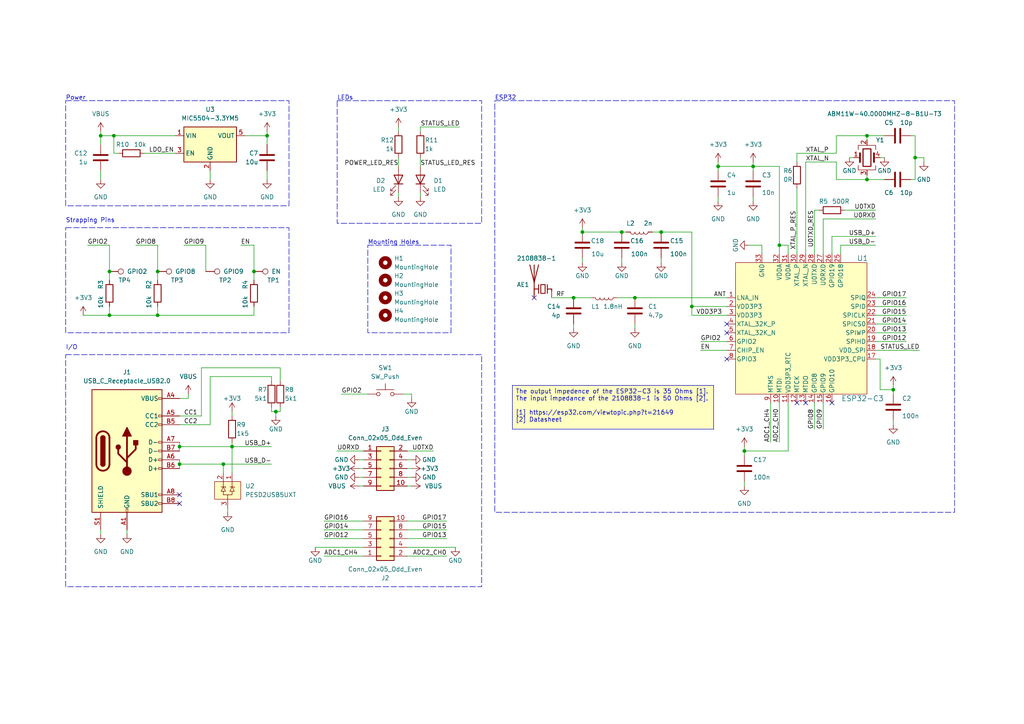
<source format=kicad_sch>
(kicad_sch (version 20230121) (generator eeschema)
  (paper "A4")
  (lib_symbols
    (symbol "Connector:TestPoint" (pin_numbers hide) (pin_names (offset 0.762) hide)
      (property "Reference" "TP" (at 0 6.858 0))
      (property "Value" "TestPoint" (at 0 5.08 0))
      (symbol "TestPoint_0_1"
        (circle (center 0 3.302) (radius 0.762))
      )
      (symbol "TestPoint_1_1"
        (pin passive line (at 0 0 90) (length 2.54) (name "1") (number "1"))
      )
    )
    (symbol "Connector:USB_C_Receptacle_USB2.0" (pin_names (offset 1.016))
      (property "Reference" "J" (at -10.16 19.05 0))
      (property "Value" "USB_C_Receptacle_USB2.0" (at 19.05 19.05 0))
      (symbol "USB_C_Receptacle_USB2.0_0_0"
        (rectangle (start -0.254 -17.78) (end 0.254 -16.764))
        (rectangle (start 10.16 -14.986) (end 9.144 -15.494))
        (rectangle (start 10.16 -12.446) (end 9.144 -12.954))
        (rectangle (start 10.16 -4.826) (end 9.144 -5.334))
        (rectangle (start 10.16 -2.286) (end 9.144 -2.794))
        (rectangle (start 10.16 0.254) (end 9.144 -0.254))
        (rectangle (start 10.16 2.794) (end 9.144 2.286))
        (rectangle (start 10.16 7.874) (end 9.144 7.366))
        (rectangle (start 10.16 10.414) (end 9.144 9.906))
        (rectangle (start 10.16 15.494) (end 9.144 14.986))
      )
      (symbol "USB_C_Receptacle_USB2.0_0_1"
        (rectangle (start -10.16 17.78) (end 10.16 -17.78) (stroke (width 0.254)) (fill (type background)))
        (arc (start -8.89 -3.81) (mid -6.985 -5.7067) (end -5.08 -3.81) (stroke (width 0.508)))
        (arc (start -7.62 -3.81) (mid -6.985 -4.4423) (end -6.35 -3.81) (stroke (width 0.254)))
        (arc (start -7.62 -3.81) (mid -6.985 -4.4423) (end -6.35 -3.81) (stroke (width 0.254)) (fill (type outline)))
        (rectangle (start -7.62 -3.81) (end -6.35 3.81) (stroke (width 0.254)) (fill (type outline)))
        (arc (start -6.35 3.81) (mid -6.985 4.4423) (end -7.62 3.81) (stroke (width 0.254)))
        (arc (start -6.35 3.81) (mid -6.985 4.4423) (end -7.62 3.81) (stroke (width 0.254)) (fill (type outline)))
        (arc (start -5.08 3.81) (mid -6.985 5.7067) (end -8.89 3.81) (stroke (width 0.508)))
        (circle (center -2.54 1.143) (radius 0.635) (stroke (width 0.254)) (fill (type outline)))
        (circle (center 0 -5.842) (radius 1.27) (fill (type outline)))
        (polyline (pts (xy -8.89 -3.81) (xy -8.89 3.81)) (stroke (width 0.508)))
        (polyline (pts (xy -5.08 3.81) (xy -5.08 -3.81)) (stroke (width 0.508)))
        (polyline (pts (xy 0 -5.842) (xy 0 4.318)) (stroke (width 0.508)))
        (polyline (pts (xy 0 -3.302) (xy -2.54 -0.762) (xy -2.54 0.508)) (stroke (width 0.508)))
        (polyline (pts (xy 0 -2.032) (xy 2.54 0.508) (xy 2.54 1.778)) (stroke (width 0.508)))
        (polyline (pts (xy -1.27 4.318) (xy 0 6.858) (xy 1.27 4.318) (xy -1.27 4.318)) (stroke (width 0.254)) (fill (type outline)))
        (rectangle (start 1.905 1.778) (end 3.175 3.048) (stroke (width 0.254)) (fill (type outline)))
      )
      (symbol "USB_C_Receptacle_USB2.0_1_1"
        (pin passive line (at 0 -22.86 90) (length 5.08) (name "GND") (number "A1"))
        (pin passive line (at 0 -22.86 90) (length 5.08) hide (name "GND") (number "A12"))
        (pin passive line (at 15.24 15.24 180) (length 5.08) (name "VBUS") (number "A4"))
        (pin bidirectional line (at 15.24 10.16 180) (length 5.08) (name "CC1") (number "A5"))
        (pin bidirectional line (at 15.24 -2.54 180) (length 5.08) (name "D+") (number "A6"))
        (pin bidirectional line (at 15.24 2.54 180) (length 5.08) (name "D-") (number "A7"))
        (pin bidirectional line (at 15.24 -12.7 180) (length 5.08) (name "SBU1") (number "A8"))
        (pin passive line (at 15.24 15.24 180) (length 5.08) hide (name "VBUS") (number "A9"))
        (pin passive line (at 0 -22.86 90) (length 5.08) hide (name "GND") (number "B1"))
        (pin passive line (at 0 -22.86 90) (length 5.08) hide (name "GND") (number "B12"))
        (pin passive line (at 15.24 15.24 180) (length 5.08) hide (name "VBUS") (number "B4"))
        (pin bidirectional line (at 15.24 7.62 180) (length 5.08) (name "CC2") (number "B5"))
        (pin bidirectional line (at 15.24 -5.08 180) (length 5.08) (name "D+") (number "B6"))
        (pin bidirectional line (at 15.24 0 180) (length 5.08) (name "D-") (number "B7"))
        (pin bidirectional line (at 15.24 -15.24 180) (length 5.08) (name "SBU2") (number "B8"))
        (pin passive line (at 15.24 15.24 180) (length 5.08) hide (name "VBUS") (number "B9"))
        (pin passive line (at -7.62 -22.86 90) (length 5.08) (name "SHIELD") (number "S1"))
      )
    )
    (symbol "Connector_Generic:Conn_02x05_Odd_Even" (pin_names (offset 1.016) hide)
      (property "Reference" "J" (at 1.27 7.62 0))
      (property "Value" "Conn_02x05_Odd_Even" (at 1.27 -7.62 0))
      (symbol "Conn_02x05_Odd_Even_1_1"
        (rectangle (start -1.27 -4.953) (end 0 -5.207) (stroke (width 0.1524)))
        (rectangle (start -1.27 -2.413) (end 0 -2.667) (stroke (width 0.1524)))
        (rectangle (start -1.27 0.127) (end 0 -0.127) (stroke (width 0.1524)))
        (rectangle (start -1.27 2.667) (end 0 2.413) (stroke (width 0.1524)))
        (rectangle (start -1.27 5.207) (end 0 4.953) (stroke (width 0.1524)))
        (rectangle (start -1.27 6.35) (end 3.81 -6.35) (stroke (width 0.254)) (fill (type background)))
        (rectangle (start 3.81 -4.953) (end 2.54 -5.207) (stroke (width 0.1524)))
        (rectangle (start 3.81 -2.413) (end 2.54 -2.667) (stroke (width 0.1524)))
        (rectangle (start 3.81 0.127) (end 2.54 -0.127) (stroke (width 0.1524)))
        (rectangle (start 3.81 2.667) (end 2.54 2.413) (stroke (width 0.1524)))
        (rectangle (start 3.81 5.207) (end 2.54 4.953) (stroke (width 0.1524)))
        (pin passive line (at -5.08 5.08 0) (length 3.81) (name "Pin_1") (number "1"))
        (pin passive line (at 7.62 -5.08 180) (length 3.81) (name "Pin_10") (number "10"))
        (pin passive line (at 7.62 5.08 180) (length 3.81) (name "Pin_2") (number "2"))
        (pin passive line (at -5.08 2.54 0) (length 3.81) (name "Pin_3") (number "3"))
        (pin passive line (at 7.62 2.54 180) (length 3.81) (name "Pin_4") (number "4"))
        (pin passive line (at -5.08 0 0) (length 3.81) (name "Pin_5") (number "5"))
        (pin passive line (at 7.62 0 180) (length 3.81) (name "Pin_6") (number "6"))
        (pin passive line (at -5.08 -2.54 0) (length 3.81) (name "Pin_7") (number "7"))
        (pin passive line (at 7.62 -2.54 180) (length 3.81) (name "Pin_8") (number "8"))
        (pin passive line (at -5.08 -5.08 0) (length 3.81) (name "Pin_9") (number "9"))
      )
    )
    (symbol "Device:Antenna_Chip" (pin_numbers hide) (pin_names (offset 1.016) hide)
      (property "Reference" "AE" (at 0 5.08 0))
      (property "Value" "Antenna_Chip" (at 0 3.175 0))
      (symbol "Antenna_Chip_0_1"
        (polyline (pts (xy -2.54 0) (xy -2.54 -0.635)) (stroke (width 0.254)))
        (polyline (pts (xy -2.54 0) (xy -1.27 0)) (stroke (width 0.254)))
        (polyline (pts (xy 1.27 0) (xy 2.54 0)) (stroke (width 0.254)))
        (polyline (pts (xy 1.27 1.27) (xy 1.27 -1.27)) (stroke (width 0.254)))
        (polyline (pts (xy 2.54 -0.635) (xy 2.54 0)))
        (polyline (pts (xy 2.54 6.985) (xy 2.54 -1.905)) (stroke (width 0.254)))
        (polyline (pts (xy -1.27 1.27) (xy -1.27 -1.27) (xy -1.27 0)) (stroke (width 0.254)))
        (polyline (pts (xy 3.81 6.985) (xy 2.54 1.905) (xy 1.27 6.985)) (stroke (width 0.254)))
        (polyline (pts (xy -0.635 1.27) (xy 0.635 1.27) (xy 0.635 -1.27) (xy -0.635 -1.27) (xy -0.635 1.27)) (stroke (width 0.254)))
      )
      (symbol "Antenna_Chip_1_1"
        (pin input line (at -2.54 -2.54 90) (length 2.54) (name "FEED") (number "1"))
        (pin passive line (at 2.54 -2.54 90) (length 2.54) (name "PCB_Trace") (number "2"))
      )
    )
    (symbol "Device:C" (pin_numbers hide) (pin_names (offset 0.254))
      (property "Reference" "C" (at 0.635 2.54 0))
      (property "Value" "C" (at 0.635 -2.54 0))
      (symbol "C_0_1"
        (polyline (pts (xy -2.032 -0.762) (xy 2.032 -0.762)) (stroke (width 0.508)))
        (polyline (pts (xy -2.032 0.762) (xy 2.032 0.762)) (stroke (width 0.508)))
      )
      (symbol "C_1_1"
        (pin passive line (at 0 3.81 270) (length 2.794) (name "~") (number "1"))
        (pin passive line (at 0 -3.81 90) (length 2.794) (name "~") (number "2"))
      )
    )
    (symbol "Device:Crystal_GND23" (pin_names (offset 1.016) hide)
      (property "Reference" "Y" (at 3.175 5.08 0))
      (property "Value" "Crystal_GND23" (at 3.175 3.175 0))
      (symbol "Crystal_GND23_0_1"
        (rectangle (start -1.143 2.54) (end 1.143 -2.54) (stroke (width 0.3048)))
        (polyline (pts (xy -2.54 0) (xy -2.032 0)))
        (polyline (pts (xy -2.032 -1.27) (xy -2.032 1.27)) (stroke (width 0.508)))
        (polyline (pts (xy 0 -3.81) (xy 0 -3.556)))
        (polyline (pts (xy 0 3.556) (xy 0 3.81)))
        (polyline (pts (xy 2.032 -1.27) (xy 2.032 1.27)) (stroke (width 0.508)))
        (polyline (pts (xy 2.032 0) (xy 2.54 0)))
        (polyline (pts (xy -2.54 -2.286) (xy -2.54 -3.556) (xy 2.54 -3.556) (xy 2.54 -2.286)))
        (polyline (pts (xy -2.54 2.286) (xy -2.54 3.556) (xy 2.54 3.556) (xy 2.54 2.286)))
      )
      (symbol "Crystal_GND23_1_1"
        (pin passive line (at -3.81 0 0) (length 1.27) (name "1") (number "1"))
        (pin passive line (at 0 5.08 270) (length 1.27) (name "2") (number "2"))
        (pin passive line (at 0 -5.08 90) (length 1.27) (name "3") (number "3"))
        (pin passive line (at 3.81 0 180) (length 1.27) (name "4") (number "4"))
      )
    )
    (symbol "Device:L" (pin_numbers hide) (pin_names (offset 1.016) hide)
      (property "Reference" "L" (at -1.27 0 90))
      (property "Value" "L" (at 1.905 0 90))
      (symbol "L_0_1"
        (arc (start 0 -2.54) (mid 0.6323 -1.905) (end 0 -1.27))
        (arc (start 0 -1.27) (mid 0.6323 -0.635) (end 0 0))
        (arc (start 0 0) (mid 0.6323 0.635) (end 0 1.27))
        (arc (start 0 1.27) (mid 0.6323 1.905) (end 0 2.54))
      )
      (symbol "L_1_1"
        (pin passive line (at 0 3.81 270) (length 1.27) (name "1") (number "1"))
        (pin passive line (at 0 -3.81 90) (length 1.27) (name "2") (number "2"))
      )
    )
    (symbol "Device:LED" (pin_numbers hide) (pin_names (offset 1.016) hide)
      (property "Reference" "D" (at 0 2.54 0))
      (property "Value" "LED" (at 0 -2.54 0))
      (symbol "LED_0_1"
        (polyline (pts (xy -1.27 -1.27) (xy -1.27 1.27)) (stroke (width 0.254)))
        (polyline (pts (xy -1.27 0) (xy 1.27 0)))
        (polyline (pts (xy 1.27 -1.27) (xy 1.27 1.27) (xy -1.27 0) (xy 1.27 -1.27)) (stroke (width 0.254)))
        (polyline (pts (xy -3.048 -0.762) (xy -4.572 -2.286) (xy -3.81 -2.286) (xy -4.572 -2.286) (xy -4.572 -1.524)))
        (polyline (pts (xy -1.778 -0.762) (xy -3.302 -2.286) (xy -2.54 -2.286) (xy -3.302 -2.286) (xy -3.302 -1.524)))
      )
      (symbol "LED_1_1"
        (pin passive line (at -3.81 0 0) (length 2.54) (name "K") (number "1"))
        (pin passive line (at 3.81 0 180) (length 2.54) (name "A") (number "2"))
      )
    )
    (symbol "Device:R" (pin_numbers hide) (pin_names (offset 0))
      (property "Reference" "R" (at 2.032 0 90))
      (property "Value" "R" (at 0 0 90))
      (symbol "R_0_1"
        (rectangle (start -1.016 -2.54) (end 1.016 2.54) (stroke (width 0.254)))
      )
      (symbol "R_1_1"
        (pin passive line (at 0 3.81 270) (length 1.27) (name "~") (number "1"))
        (pin passive line (at 0 -3.81 90) (length 1.27) (name "~") (number "2"))
      )
    )
    (symbol "Mechanical:MountingHole" (pin_names (offset 1.016))
      (property "Reference" "H" (at 0 5.08 0))
      (property "Value" "MountingHole" (at 0 3.175 0))
      (symbol "MountingHole_0_1"
        (circle (center 0 0) (radius 1.27) (stroke (width 1.27)))
      )
    )
    (symbol "Regulator_Linear:MIC5504-3.3YM5"
      (property "Reference" "U" (at -7.62 8.89 0))
      (property "Value" "MIC5504-3.3YM5" (at -7.62 6.35 0))
      (symbol "MIC5504-3.3YM5_0_1"
        (rectangle (start -7.62 -5.08) (end 7.62 5.08) (stroke (width 0.254)) (fill (type background)))
      )
      (symbol "MIC5504-3.3YM5_1_1"
        (pin power_in line (at -10.16 2.54 0) (length 2.54) (name "VIN") (number "1"))
        (pin power_in line (at 0 -7.62 90) (length 2.54) (name "GND") (number "2"))
        (pin input line (at -10.16 -2.54 0) (length 2.54) (name "EN") (number "3"))
        (pin no_connect line (at 7.62 -2.54 180) (length 2.54) hide (name "NC") (number "4"))
        (pin power_out line (at 10.16 2.54 180) (length 2.54) (name "VOUT") (number "5"))
      )
    )
    (symbol "Switch:SW_Push" (pin_numbers hide) (pin_names (offset 1.016) hide)
      (property "Reference" "SW" (at 1.27 2.54 0))
      (property "Value" "SW_Push" (at 0 -1.524 0))
      (symbol "SW_Push_0_1"
        (circle (center -2.032 0) (radius 0.508))
        (polyline (pts (xy 0 1.27) (xy 0 3.048)))
        (polyline (pts (xy 2.54 1.27) (xy -2.54 1.27)))
        (circle (center 2.032 0) (radius 0.508))
        (pin passive line (at -5.08 0 0) (length 2.54) (name "1") (number "1"))
        (pin passive line (at 5.08 0 180) (length 2.54) (name "2") (number "2"))
      )
    )
    (symbol "encyclopedia_galactica:ESP32-C3" (pin_names (offset 0.254))
      (property "Reference" "U" (at 0 43.18 0))
      (property "Value" "ESP32-C3" (at 0 40.64 0))
      (symbol "ESP32-C3_0_1"
        (pin bidirectional line (at -21.59 8.89 0) (length 2.54) (name "LNA_IN") (number "1"))
        (pin bidirectional line (at -6.35 -21.59 90) (length 2.54) (name "MTDI") (number "10"))
        (pin power_in line (at -3.81 -21.59 90) (length 2.54) (name "VDD3P3_RTC") (number "11"))
        (pin bidirectional line (at -1.27 -21.59 90) (length 2.54) (name "MTCK") (number "12"))
        (pin bidirectional line (at 1.27 -21.59 90) (length 2.54) (name "MTDO") (number "13"))
        (pin bidirectional line (at 3.81 -21.59 90) (length 2.54) (name "GPIO8") (number "14"))
        (pin bidirectional line (at 6.35 -21.59 90) (length 2.54) (name "GPIO9") (number "15"))
        (pin bidirectional line (at 8.89 -21.59 90) (length 2.54) (name "GPIO10") (number "16"))
        (pin power_in line (at 21.59 -8.89 180) (length 2.54) (name "VDD3P3_CPU") (number "17"))
        (pin power_in line (at 21.59 -6.35 180) (length 2.54) (name "VDD_SPI") (number "18"))
        (pin bidirectional line (at 21.59 -3.81 180) (length 2.54) (name "SPIHD") (number "19"))
        (pin power_in line (at -21.59 6.35 0) (length 2.54) (name "VDD3P3") (number "2"))
        (pin bidirectional line (at 21.59 -1.27 180) (length 2.54) (name "SPIWP") (number "20"))
        (pin bidirectional line (at 21.59 1.27 180) (length 2.54) (name "SPICS0") (number "21"))
        (pin bidirectional line (at 21.59 3.81 180) (length 2.54) (name "SPICLK") (number "22"))
        (pin bidirectional line (at 21.59 6.35 180) (length 2.54) (name "SPID") (number "23"))
        (pin bidirectional line (at 21.59 8.89 180) (length 2.54) (name "SPIQ") (number "24"))
        (pin bidirectional line (at 11.43 21.59 270) (length 2.54) (name "GPIO18") (number "25"))
        (pin bidirectional line (at 8.89 21.59 270) (length 2.54) (name "GPIO19") (number "26"))
        (pin bidirectional line (at 6.35 21.59 270) (length 2.54) (name "U0RXD") (number "27"))
        (pin bidirectional line (at 3.81 21.59 270) (length 2.54) (name "U0TXD") (number "28"))
        (pin output line (at 1.27 21.59 270) (length 2.54) (name "XTAL_N") (number "29"))
        (pin power_in line (at -21.59 3.81 0) (length 2.54) (name "VDD3P3") (number "3"))
        (pin input line (at -1.27 21.59 270) (length 2.54) (name "XTAL_P") (number "30"))
        (pin power_in line (at -3.81 21.59 270) (length 2.54) (name "VDDA") (number "31"))
        (pin power_in line (at -6.35 21.59 270) (length 2.54) (name "VDDA") (number "32"))
        (pin power_out line (at -11.43 21.59 270) (length 2.54) (name "GND") (number "33"))
        (pin bidirectional line (at -21.59 1.27 0) (length 2.54) (name "XTAL_32K_P") (number "4"))
        (pin bidirectional line (at -21.59 -1.27 0) (length 2.54) (name "XTAL_32K_N") (number "5"))
        (pin bidirectional line (at -21.59 -3.81 0) (length 2.54) (name "GPIO2") (number "6"))
        (pin input line (at -21.59 -6.35 0) (length 2.54) (name "CHIP_EN") (number "7"))
        (pin bidirectional line (at -21.59 -8.89 0) (length 2.54) (name "GPIO3") (number "8"))
        (pin bidirectional line (at -8.89 -21.59 90) (length 2.54) (name "MTMS") (number "9"))
      )
      (symbol "ESP32-C3_1_1"
        (rectangle (start -19.05 19.05) (end 19.05 -19.05) (fill (type background)))
      )
    )
    (symbol "encyclopedia_galactica:PESD2USB5UXT"
      (property "Reference" "U" (at 0 24.13 0))
      (property "Value" "PESD2USB5UXT" (at 0 21.59 0))
      (symbol "PESD2USB5UXT_1_1"
        (rectangle (start -3.81 2.54) (end 3.81 -2.54) (fill (type background)))
        (polyline (pts (xy -1.905 1.016) (xy -0.635 1.016)))
        (polyline (pts (xy -1.27 1.016) (xy -1.27 2.54)))
        (polyline (pts (xy -0.635 1.016) (xy -0.635 0.762)))
        (polyline (pts (xy 0 -1.27) (xy 0 -2.54)))
        (polyline (pts (xy 0.635 1.016) (xy 1.905 1.016)))
        (polyline (pts (xy 1.27 1.016) (xy 1.27 2.54)))
        (polyline (pts (xy 1.905 1.016) (xy 1.905 0.762)))
        (polyline (pts (xy -1.905 -0.254) (xy -1.27 1.016) (xy -0.635 -0.254) (xy -1.905 -0.254)))
        (polyline (pts (xy -1.27 -0.254) (xy -1.27 -1.27) (xy 1.27 -1.27) (xy 1.27 -0.254)))
        (polyline (pts (xy 0.635 -0.254) (xy 1.27 1.016) (xy 1.905 -0.254) (xy 0.635 -0.254)))
        (pin open_collector line (at 1.27 5.08 270) (length 2.54) (name "") (number "1"))
        (pin open_collector line (at -1.27 5.08 270) (length 2.54) (name "") (number "2"))
        (pin power_out line (at 0 -5.08 90) (length 2.54) (name "") (number "3"))
      )
    )
    (symbol "power:+3V3" (power) (pin_names (offset 0))
      (property "Value" "+3V3" (at 0 3.556 0))
      (symbol "+3V3_0_1"
        (polyline (pts (xy -0.762 1.27) (xy 0 2.54)))
        (polyline (pts (xy 0 0) (xy 0 2.54)))
        (polyline (pts (xy 0 2.54) (xy 0.762 1.27)))
      )
      (symbol "+3V3_1_1"
        (pin power_in line (at 0 0 90) (length 0) hide (name "+3V3") (number "1"))
      )
    )
    (symbol "power:GND" (power) (pin_names (offset 0))
      (property "Value" "GND" (at 0 -3.81 0))
      (symbol "GND_0_1"
        (polyline (pts (xy 0 0) (xy 0 -1.27) (xy 1.27 -1.27) (xy 0 -2.54) (xy -1.27 -1.27) (xy 0 -1.27)))
      )
      (symbol "GND_1_1"
        (pin power_in line (at 0 0 270) (length 0) hide (name "GND") (number "1"))
      )
    )
    (symbol "power:VBUS" (power) (pin_names (offset 0))
      (property "Value" "VBUS" (at 0 3.81 0))
      (symbol "VBUS_0_1"
        (polyline (pts (xy -0.762 1.27) (xy 0 2.54)))
        (polyline (pts (xy 0 0) (xy 0 2.54)))
        (polyline (pts (xy 0 2.54) (xy 0.762 1.27)))
      )
      (symbol "VBUS_1_1"
        (pin power_in line (at 0 0 90) (length 0) hide (name "VBUS") (number "1"))
      )
    )
  )
  (junction (at 29.21 39.37))
  (junction (at 64.77 134.62))
  (junction (at 184.15 86.36))
  (junction (at 226.06 71.12))
  (junction (at 168.91 67.31))
  (junction (at 45.72 78.74))
  (junction (at 31.75 91.44))
  (junction (at 77.47 39.37))
  (junction (at 208.28 48.26))
  (junction (at 180.34 67.31))
  (junction (at 215.9 130.81))
  (junction (at 218.44 48.26))
  (junction (at 33.02 39.37))
  (junction (at 80.01 119.38))
  (junction (at 31.75 78.74))
  (junction (at 67.31 129.54))
  (junction (at 52.07 134.62))
  (junction (at 73.66 78.74))
  (junction (at 191.77 67.31))
  (junction (at 259.08 113.03))
  (junction (at 265.43 45.72))
  (junction (at 45.72 91.44))
  (junction (at 251.46 39.37))
  (junction (at 200.66 88.9))
  (junction (at 52.07 129.54))
  (junction (at 166.37 86.36))
  (junction (at 251.46 52.07))
  (no_connect (at 241.3 116.84))
  (no_connect (at 210.82 104.14))
  (no_connect (at 210.82 93.98))
  (no_connect (at 52.07 143.51))
  (no_connect (at 231.14 116.84))
  (no_connect (at 52.07 146.05))
  (no_connect (at 233.68 116.84))
  (no_connect (at 210.82 96.52))
  (no_connect (at 154.94 86.36))
  (wire (pts (xy 52.07 133.35) (xy 52.07 134.62)))
  (wire (pts (xy 25.4 71.12) (xy 31.75 71.12)))
  (wire (pts (xy 33.02 39.37) (xy 50.8 39.37)))
  (wire (pts (xy 254 86.36) (xy 262.89 86.36)))
  (wire (pts (xy 66.04 147.32) (xy 66.04 148.59)))
  (wire (pts (xy 121.92 55.88) (xy 121.92 57.15)))
  (wire (pts (xy 236.22 60.96) (xy 236.22 73.66)))
  (wire (pts (xy 203.2 99.06) (xy 210.82 99.06)))
  (wire (pts (xy 52.07 134.62) (xy 64.77 134.62)))
  (wire (pts (xy 64.77 134.62) (xy 64.77 137.16)))
  (wire (pts (xy 267.97 45.72) (xy 265.43 45.72)))
  (wire (pts (xy 125.73 130.81) (xy 118.11 130.81)))
  (wire (pts (xy 218.44 57.15) (xy 218.44 58.42)))
  (wire (pts (xy 254 91.44) (xy 262.89 91.44)))
  (wire (pts (xy 168.91 67.31) (xy 180.34 67.31)))
  (wire (pts (xy 116.84 114.3) (xy 119.38 114.3)))
  (wire (pts (xy 231.14 44.45) (xy 242.57 44.45)))
  (wire (pts (xy 254 88.9) (xy 262.89 88.9)))
  (wire (pts (xy 31.75 81.28) (xy 31.75 78.74)))
  (wire (pts (xy 52.07 128.27) (xy 52.07 129.54)))
  (wire (pts (xy 254 63.5) (xy 238.76 63.5)))
  (wire (pts (xy 226.06 48.26) (xy 226.06 71.12)))
  (wire (pts (xy 251.46 39.37) (xy 251.46 40.64)))
  (wire (pts (xy 255.27 113.03) (xy 255.27 104.14)))
  (wire (pts (xy 242.57 52.07) (xy 242.57 46.99)))
  (wire (pts (xy 241.3 68.58) (xy 241.3 73.66)))
  (wire (pts (xy 118.11 153.67) (xy 129.54 153.67)))
  (wire (pts (xy 133.35 36.83) (xy 121.92 36.83)))
  (wire (pts (xy 36.83 153.67) (xy 36.83 154.94)))
  (wire (pts (xy 29.21 39.37) (xy 33.02 39.37)))
  (wire (pts (xy 54.61 115.57) (xy 54.61 114.3)))
  (wire (pts (xy 52.07 134.62) (xy 52.07 135.89)))
  (wire (pts (xy 52.07 120.65) (xy 58.42 120.65)))
  (wire (pts (xy 247.65 45.72) (xy 246.38 45.72)))
  (wire (pts (xy 180.34 74.93) (xy 180.34 76.2)))
  (wire (pts (xy 233.68 46.99) (xy 233.68 73.66)))
  (wire (pts (xy 97.79 130.81) (xy 105.41 130.81)))
  (wire (pts (xy 81.28 118.11) (xy 81.28 119.38)))
  (wire (pts (xy 104.14 135.89) (xy 105.41 135.89)))
  (wire (pts (xy 67.31 128.27) (xy 67.31 129.54)))
  (wire (pts (xy 184.15 86.36) (xy 210.82 86.36)))
  (wire (pts (xy 78.74 109.22) (xy 78.74 110.49)))
  (wire (pts (xy 215.9 130.81) (xy 215.9 129.54)))
  (wire (pts (xy 118.11 156.21) (xy 129.54 156.21)))
  (wire (pts (xy 73.66 71.12) (xy 73.66 78.74)))
  (wire (pts (xy 29.21 153.67) (xy 29.21 154.94)))
  (wire (pts (xy 259.08 111.76) (xy 259.08 113.03)))
  (wire (pts (xy 118.11 161.29) (xy 129.54 161.29)))
  (wire (pts (xy 168.91 74.93) (xy 168.91 76.2)))
  (wire (pts (xy 243.84 71.12) (xy 254 71.12)))
  (wire (pts (xy 115.57 36.83) (xy 115.57 38.1)))
  (wire (pts (xy 41.91 44.45) (xy 50.8 44.45)))
  (wire (pts (xy 67.31 129.54) (xy 78.74 129.54)))
  (wire (pts (xy 226.06 116.84) (xy 226.06 128.27)))
  (wire (pts (xy 52.07 129.54) (xy 67.31 129.54)))
  (wire (pts (xy 255.27 113.03) (xy 259.08 113.03)))
  (wire (pts (xy 208.28 46.99) (xy 208.28 48.26)))
  (wire (pts (xy 226.06 71.12) (xy 228.6 71.12)))
  (wire (pts (xy 242.57 39.37) (xy 242.57 44.45)))
  (wire (pts (xy 233.68 46.99) (xy 242.57 46.99)))
  (wire (pts (xy 191.77 74.93) (xy 191.77 76.2)))
  (wire (pts (xy 104.14 140.97) (xy 105.41 140.97)))
  (wire (pts (xy 166.37 86.36) (xy 171.45 86.36)))
  (wire (pts (xy 256.54 52.07) (xy 251.46 52.07)))
  (wire (pts (xy 119.38 114.3) (xy 119.38 115.57)))
  (wire (pts (xy 73.66 91.44) (xy 73.66 88.9)))
  (wire (pts (xy 264.16 52.07) (xy 265.43 52.07)))
  (wire (pts (xy 203.2 101.6) (xy 210.82 101.6)))
  (wire (pts (xy 93.98 151.13) (xy 105.41 151.13)))
  (wire (pts (xy 118.11 140.97) (xy 119.38 140.97)))
  (wire (pts (xy 31.75 71.12) (xy 31.75 78.74)))
  (wire (pts (xy 91.44 158.75) (xy 105.41 158.75)))
  (wire (pts (xy 34.29 44.45) (xy 33.02 44.45)))
  (wire (pts (xy 231.14 54.61) (xy 231.14 73.66)))
  (wire (pts (xy 259.08 121.92) (xy 259.08 123.19)))
  (wire (pts (xy 99.06 114.3) (xy 106.68 114.3)))
  (wire (pts (xy 200.66 67.31) (xy 191.77 67.31)))
  (wire (pts (xy 243.84 71.12) (xy 243.84 73.66)))
  (wire (pts (xy 265.43 39.37) (xy 264.16 39.37)))
  (wire (pts (xy 81.28 106.68) (xy 81.28 110.49)))
  (wire (pts (xy 67.31 119.38) (xy 67.31 120.65)))
  (wire (pts (xy 71.12 39.37) (xy 77.47 39.37)))
  (wire (pts (xy 231.14 44.45) (xy 231.14 46.99)))
  (wire (pts (xy 104.14 138.43) (xy 105.41 138.43)))
  (wire (pts (xy 121.92 45.72) (xy 121.92 48.26)))
  (wire (pts (xy 52.07 129.54) (xy 52.07 130.81)))
  (wire (pts (xy 80.01 119.38) (xy 80.01 120.65)))
  (wire (pts (xy 251.46 52.07) (xy 251.46 50.8)))
  (wire (pts (xy 67.31 129.54) (xy 67.31 137.16)))
  (wire (pts (xy 223.52 116.84) (xy 223.52 128.27)))
  (wire (pts (xy 39.37 71.12) (xy 45.72 71.12)))
  (wire (pts (xy 115.57 45.72) (xy 115.57 48.26)))
  (wire (pts (xy 45.72 91.44) (xy 45.72 88.9)))
  (wire (pts (xy 208.28 48.26) (xy 218.44 48.26)))
  (wire (pts (xy 132.08 158.75) (xy 118.11 158.75)))
  (wire (pts (xy 189.23 67.31) (xy 191.77 67.31)))
  (wire (pts (xy 77.47 49.53) (xy 77.47 52.07)))
  (wire (pts (xy 238.76 116.84) (xy 238.76 124.46)))
  (wire (pts (xy 58.42 120.65) (xy 58.42 106.68)))
  (wire (pts (xy 215.9 130.81) (xy 228.6 130.81)))
  (wire (pts (xy 118.11 133.35) (xy 119.38 133.35)))
  (wire (pts (xy 254 96.52) (xy 262.89 96.52)))
  (wire (pts (xy 215.9 139.7) (xy 215.9 140.97)))
  (wire (pts (xy 58.42 106.68) (xy 81.28 106.68)))
  (wire (pts (xy 179.07 86.36) (xy 184.15 86.36)))
  (wire (pts (xy 77.47 38.1) (xy 77.47 39.37)))
  (wire (pts (xy 184.15 93.98) (xy 184.15 95.25)))
  (wire (pts (xy 118.11 135.89) (xy 119.38 135.89)))
  (wire (pts (xy 45.72 78.74) (xy 45.72 81.28)))
  (wire (pts (xy 255.27 104.14) (xy 254 104.14)))
  (wire (pts (xy 45.72 91.44) (xy 73.66 91.44)))
  (wire (pts (xy 245.11 60.96) (xy 254 60.96)))
  (wire (pts (xy 259.08 113.03) (xy 259.08 114.3)))
  (wire (pts (xy 236.22 116.84) (xy 236.22 124.46)))
  (wire (pts (xy 93.98 153.67) (xy 105.41 153.67)))
  (wire (pts (xy 53.34 71.12) (xy 59.69 71.12)))
  (wire (pts (xy 118.11 151.13) (xy 129.54 151.13)))
  (wire (pts (xy 218.44 48.26) (xy 226.06 48.26)))
  (wire (pts (xy 77.47 41.91) (xy 77.47 39.37)))
  (wire (pts (xy 104.14 133.35) (xy 105.41 133.35)))
  (wire (pts (xy 265.43 52.07) (xy 265.43 45.72)))
  (wire (pts (xy 200.66 91.44) (xy 200.66 88.9)))
  (wire (pts (xy 31.75 91.44) (xy 45.72 91.44)))
  (wire (pts (xy 52.07 123.19) (xy 60.96 123.19)))
  (wire (pts (xy 180.34 67.31) (xy 181.61 67.31)))
  (wire (pts (xy 78.74 118.11) (xy 78.74 119.38)))
  (wire (pts (xy 29.21 38.1) (xy 29.21 39.37)))
  (wire (pts (xy 254 68.58) (xy 241.3 68.58)))
  (wire (pts (xy 64.77 134.62) (xy 78.74 134.62)))
  (wire (pts (xy 166.37 93.98) (xy 166.37 95.25)))
  (wire (pts (xy 254 93.98) (xy 262.89 93.98)))
  (wire (pts (xy 265.43 45.72) (xy 265.43 39.37)))
  (wire (pts (xy 52.07 115.57) (xy 54.61 115.57)))
  (wire (pts (xy 218.44 46.99) (xy 218.44 48.26)))
  (wire (pts (xy 24.13 91.44) (xy 31.75 91.44)))
  (wire (pts (xy 228.6 71.12) (xy 228.6 73.66)))
  (wire (pts (xy 60.96 49.53) (xy 60.96 52.07)))
  (wire (pts (xy 242.57 52.07) (xy 251.46 52.07)))
  (wire (pts (xy 208.28 57.15) (xy 208.28 58.42)))
  (wire (pts (xy 31.75 91.44) (xy 31.75 88.9)))
  (wire (pts (xy 226.06 71.12) (xy 226.06 73.66)))
  (wire (pts (xy 215.9 132.08) (xy 215.9 130.81)))
  (wire (pts (xy 80.01 119.38) (xy 81.28 119.38)))
  (wire (pts (xy 218.44 48.26) (xy 218.44 49.53)))
  (wire (pts (xy 251.46 39.37) (xy 242.57 39.37)))
  (wire (pts (xy 267.97 46.99) (xy 267.97 45.72)))
  (wire (pts (xy 93.98 156.21) (xy 105.41 156.21)))
  (wire (pts (xy 256.54 39.37) (xy 251.46 39.37)))
  (wire (pts (xy 254 99.06) (xy 262.89 99.06)))
  (wire (pts (xy 73.66 81.28) (xy 73.66 78.74)))
  (wire (pts (xy 45.72 71.12) (xy 45.72 78.74)))
  (wire (pts (xy 78.74 119.38) (xy 80.01 119.38)))
  (wire (pts (xy 200.66 88.9) (xy 200.66 67.31)))
  (wire (pts (xy 118.11 138.43) (xy 119.38 138.43)))
  (wire (pts (xy 160.02 86.36) (xy 166.37 86.36)))
  (wire (pts (xy 254 101.6) (xy 266.7 101.6)))
  (wire (pts (xy 29.21 39.37) (xy 29.21 41.91)))
  (wire (pts (xy 60.96 123.19) (xy 60.96 109.22)))
  (wire (pts (xy 238.76 63.5) (xy 238.76 73.66)))
  (wire (pts (xy 59.69 71.12) (xy 59.69 78.74)))
  (wire (pts (xy 93.98 161.29) (xy 105.41 161.29)))
  (wire (pts (xy 256.54 45.72) (xy 255.27 45.72)))
  (wire (pts (xy 29.21 49.53) (xy 29.21 52.07)))
  (wire (pts (xy 69.85 71.12) (xy 73.66 71.12)))
  (wire (pts (xy 60.96 109.22) (xy 78.74 109.22)))
  (wire (pts (xy 200.66 88.9) (xy 210.82 88.9)))
  (wire (pts (xy 236.22 60.96) (xy 237.49 60.96)))
  (wire (pts (xy 121.92 36.83) (xy 121.92 38.1)))
  (wire (pts (xy 210.82 91.44) (xy 200.66 91.44)))
  (wire (pts (xy 220.98 71.12) (xy 220.98 73.66)))
  (wire (pts (xy 168.91 66.04) (xy 168.91 67.31)))
  (wire (pts (xy 33.02 44.45) (xy 33.02 39.37)))
  (wire (pts (xy 115.57 55.88) (xy 115.57 57.15)))
  (wire (pts (xy 208.28 48.26) (xy 208.28 49.53)))
  (wire (pts (xy 228.6 116.84) (xy 228.6 130.81)))
  (wire (pts (xy 217.17 71.12) (xy 220.98 71.12)))
  (rectangle (start 19.05 29.21) (end 83.82 59.69) (stroke (width 0) (type dash)))
  (rectangle (start 106.68 71.12) (end 130.81 96.52) (stroke (width 0) (type dash)))
  (rectangle (start 83.82 66.04) (end 19.05 96.52) (stroke (width 0) (type dash)))
  (rectangle (start 19.05 102.87) (end 139.7 170.18) (stroke (width 0) (type dash)))
  (rectangle (start 97.79 29.21) (end 139.7 64.77) (stroke (width 0) (type dash)))
  (rectangle (start 143.51 29.21) (end 276.86 148.59) (stroke (width 0) (type dash)))
  (text_box "The output impedence of the ESP32-C3 is 35 Ohms [1].\nThe input impedance of the 2108838-1 is 50 Ohms [2].\n\n[1] https://esp32.com/viewtopic.php?t=21649\n[2] Datasheet" (at 148.59 111.76 0) (size 58.42 12.7) (fill (type color) (color 255 255 194 1)) (effects (font (size 1.27 1.27)) (justify left top)))
  (text "ESP32" (at 143.51 29.21 0) (effects (font (size 1.27 1.27)) (justify left bottom)))
  (text "I/O" (at 19.05 101.6 0) (effects (font (size 1.27 1.27)) (justify left bottom)))
  (text "Mounting Holes" (at 106.68 71.12 0) (effects (font (size 1.27 1.27)) (justify left bottom)))
  (text "Power" (at 19.05 29.21 0) (effects (font (size 1.27 1.27)) (justify left bottom)))
  (text "Strapping Pins" (at 19.05 64.77 0) (effects (font (size 1.27 1.27)) (justify left bottom)))
  (text "LEDs" (at 97.79 29.21 0) (effects (font (size 1.27 1.27)) (justify left bottom)))
  (label "ADC1_CH4" (at 223.52 128.27 90))
  (label "U0RXD" (at 97.79 130.81 0))
  (label "GPIO2" (at 99.06 114.3 0))
  (label "USB_D-" (at 78.74 134.62 180))
  (label "GPIO12" (at 93.98 156.21 0))
  (label "EN" (at 203.2 101.6 0))
  (label "GPIO16" (at 93.98 151.13 0))
  (label "GPIO13" (at 129.54 156.21 180))
  (label "USB_D+" (at 78.74 129.54 180))
  (label "ADC1_CH4" (at 93.98 161.29 0))
  (label "USB_D+" (at 254 68.58 180))
  (label "GPIO2" (at 25.4 71.12 0))
  (label "LDO_EN" (at 43.18 44.45 0))
  (label "GPIO14" (at 262.89 93.98 180))
  (label "GPIO9" (at 238.76 124.46 90))
  (label "STATUS_LED" (at 266.7 101.6 180))
  (label "GPIO17" (at 262.89 86.36 180))
  (label "GPIO14" (at 93.98 153.67 0))
  (label "U0TXD" (at 125.73 130.81 180))
  (label "ADC2_CH0" (at 226.06 128.27 90))
  (label "STATUS_LED_RES" (at 121.92 48.26 0))
  (label "U0RXD" (at 254 63.5 180))
  (label "VDD3P3" (at 201.93 91.44 0))
  (label "ANT" (at 207.01 86.36 0))
  (label "CC1" (at 53.34 120.65 0))
  (label "USB_D-" (at 254 71.12 180))
  (label "GPIO12" (at 262.89 99.06 180))
  (label "XTAL_P" (at 233.68 44.45 0))
  (label "U0TXD" (at 254 60.96 180))
  (label "GPIO9" (at 53.34 71.12 0))
  (label "XTAL_P_RES" (at 231.14 72.39 90))
  (label "GPIO15" (at 129.54 153.67 180))
  (label "XTAL_N" (at 233.68 46.99 0))
  (label "GPIO16" (at 262.89 88.9 180))
  (label "RF" (at 161.29 86.36 0))
  (label "U0TXD_RES" (at 236.22 60.96 270))
  (label "EN" (at 69.85 71.12 0))
  (label "GPIO8" (at 39.37 71.12 0))
  (label "GPIO13" (at 262.89 96.52 180))
  (label "GPIO17" (at 129.54 151.13 180))
  (label "GPIO2" (at 203.2 99.06 0))
  (label "ADC2_CH0" (at 129.54 161.29 180))
  (label "STATUS_LED" (at 133.35 36.83 180))
  (label "CC2" (at 53.34 123.19 0))
  (label "POWER_LED_RES" (at 115.57 48.26 180))
  (label "GPIO15" (at 262.89 91.44 180))
  (label "GPIO8" (at 236.22 124.46 90))
  (symbol (lib_id "power:GND") (at 246.38 45.72 0) (mirror y) (unit 1)
    (property "Reference" "#PWR03" (effects hide))
    (property "Value" "GND" (at 246.38 49.53 0))
  )
  (symbol (lib_id "Connector:USB_C_Receptacle_USB2.0") (at 36.83 130.81 0) (unit 1)
    (property "Reference" "J1" (at 36.83 107.95 0))
    (property "Value" "USB_C_Receptacle_USB2.0" (at 36.83 110.49 0))
    (property "Footprint" "Connector_USB:USB_C_Receptacle_GCT_USB4105-xx-A_16P_TopMnt_Horizontal" (effects hide))
    (property "Datasheet" "https://www.usb.org/sites/default/files/documents/usb_type-c.zip" (effects hide))
  )
  (symbol (lib_id "Device:LED") (at 115.57 52.07 270) (mirror x) (unit 1)
    (property "Reference" "D2" (at 111.76 52.3875 90) (effects (justify right)))
    (property "Value" "LED" (at 111.76 54.9275 90) (effects (justify right)))
    (property "Footprint" "LED_SMD:LED_0603_1608Metric" (effects hide))
  )
  (symbol (lib_id "power:+3V3") (at 115.57 36.83 0) (mirror y) (unit 1)
    (property "Reference" "#PWR044" (effects hide))
    (property "Value" "+3V3" (at 115.57 31.75 0))
  )
  (symbol (lib_id "Device:R") (at 231.14 50.8 0) (mirror y) (unit 1)
    (property "Reference" "R6" (at 229.87 49.53 0) (effects (justify left)))
    (property "Value" "0R" (at 229.87 52.07 0) (effects (justify left)))
    (property "Footprint" "Resistor_SMD:R_0402_1005Metric" (effects hide))
  )
  (symbol (lib_id "power:+3V3") (at 67.31 119.38 0) (unit 1)
    (property "Reference" "#PWR038" (effects hide))
    (property "Value" "+3V3" (at 67.31 115.57 0))
  )
  (symbol (lib_id "Device:R") (at 73.66 85.09 0) (mirror x) (unit 1)
    (property "Reference" "R4" (at 71.12 82.55 90))
    (property "Value" "10k" (at 71.12 87.63 90))
    (property "Footprint" "Resistor_SMD:R_0402_1005Metric" (effects hide))
  )
  (symbol (lib_id "power:GND") (at 208.28 58.42 0) (unit 1)
    (property "Reference" "#PWR023" (effects hide))
    (property "Value" "GND" (at 208.28 63.5 0))
  )
  (symbol (lib_id "power:GND") (at 77.47 52.07 0) (unit 1)
    (property "Reference" "#PWR039" (effects hide))
    (property "Value" "GND" (at 77.47 57.15 0))
  )
  (symbol (lib_id "power:VBUS") (at 104.14 140.97 90) (unit 1)
    (property "Reference" "#PWR032" (effects hide))
    (property "Value" "VBUS" (at 100.33 140.97 90) (effects (justify left)))
  )
  (symbol (lib_id "power:GND") (at 104.14 138.43 270) (unit 1)
    (property "Reference" "#PWR030" (effects hide))
    (property "Value" "GND" (at 99.06 138.43 90))
  )
  (symbol (lib_id "Mechanical:MountingHole") (at 111.76 86.36 0) (unit 1)
    (property "Reference" "H3" (at 114.3 85.09 0) (effects (justify left)))
    (property "Value" "MountingHole" (at 114.3 87.63 0) (effects (justify left)))
    (property "Footprint" "MountingHole:MountingHole_2.2mm_M2" (effects hide))
  )
  (symbol (lib_id "encyclopedia_galactica:PESD2USB5UXT") (at 66.04 142.24 0) (unit 1)
    (property "Reference" "U2" (at 71.12 140.97 0) (effects (justify left)))
    (property "Value" "PESD2USB5UXT" (at 71.12 143.51 0) (effects (justify left)))
    (property "Footprint" "Package_TO_SOT_SMD:TSOT-23" (effects hide))
    (property "Datasheet" "https://assets.nexperia.com/documents/data-sheet/PESD2USB5UX-T.pdf" (effects hide))
  )
  (symbol (lib_id "power:GND") (at 180.34 76.2 0) (mirror y) (unit 1)
    (property "Reference" "#PWR018" (effects hide))
    (property "Value" "GND" (at 180.34 80.01 0))
  )
  (symbol (lib_id "Mechanical:MountingHole") (at 111.76 76.2 0) (unit 1)
    (property "Reference" "H1" (at 114.3 74.93 0) (effects (justify left)))
    (property "Value" "MountingHole" (at 114.3 77.47 0) (effects (justify left)))
    (property "Footprint" "MountingHole:MountingHole_2.2mm_M2" (effects hide))
  )
  (symbol (lib_id "Device:C") (at 168.91 71.12 0) (unit 1)
    (property "Reference" "C18" (at 175.26 69.85 0) (effects (justify right)))
    (property "Value" "10u" (at 175.26 73.66 0) (effects (justify right)))
    (property "Footprint" "Capacitor_SMD:C_0603_1608Metric" (effects hide))
  )
  (symbol (lib_id "Device:R") (at 78.74 114.3 0) (unit 1)
    (property "Reference" "R7" (at 77.47 113.03 0) (effects (justify right)))
    (property "Value" "5k1" (at 77.47 115.57 0) (effects (justify right)))
    (property "Footprint" "Resistor_SMD:R_0402_1005Metric" (effects hide))
  )
  (symbol (lib_id "power:+3V3") (at 218.44 46.99 0) (mirror y) (unit 1)
    (property "Reference" "#PWR04" (effects hide))
    (property "Value" "+3V3" (at 218.44 41.91 0))
  )
  (symbol (lib_id "power:GND") (at 60.96 52.07 0) (unit 1)
    (property "Reference" "#PWR016" (effects hide))
    (property "Value" "GND" (at 60.96 57.15 0))
  )
  (symbol (lib_id "power:+3V3") (at 208.28 46.99 0) (mirror y) (unit 1)
    (property "Reference" "#PWR022" (effects hide))
    (property "Value" "+3V3" (at 208.28 41.91 0))
  )
  (symbol (lib_id "Connector_Generic:Conn_02x05_Odd_Even") (at 110.49 135.89 0) (unit 1)
    (property "Reference" "J3" (at 111.76 124.46 0))
    (property "Value" "Conn_02x05_Odd_Even" (at 111.76 127 0))
    (property "Footprint" "Connector_PinHeader_2.54mm:PinHeader_2x05_P2.54mm_Vertical" (effects hide))
  )
  (symbol (lib_id "Device:C") (at 166.37 90.17 0) (unit 1)
    (property "Reference" "C14" (at 162.56 88.9 0) (effects (justify right)))
    (property "Value" "4p" (at 162.56 91.44 0) (effects (justify right)))
    (property "Footprint" "Capacitor_SMD:C_0402_1005Metric" (effects hide))
  )
  (symbol (lib_id "power:GND") (at 267.97 46.99 0) (mirror y) (unit 1)
    (property "Reference" "#PWR025" (effects hide))
    (property "Value" "GND" (at 267.97 52.07 0))
  )
  (symbol (lib_id "power:VBUS") (at 29.21 38.1 0) (unit 1)
    (property "Reference" "#PWR014" (effects hide))
    (property "Value" "VBUS" (at 29.21 33.02 0))
  )
  (symbol (lib_id "Connector:TestPoint") (at 73.66 78.74 270) (unit 1)
    (property "Reference" "TP1" (at 77.47 81.28 90) (effects (justify left)))
    (property "Value" "EN" (at 78.74 78.74 90) (effects (justify left)))
    (property "Footprint" "TestPoint:TestPoint_Pad_D1.5mm" (effects hide))
  )
  (symbol (lib_id "Connector_Generic:Conn_02x05_Odd_Even") (at 110.49 156.21 0) (mirror x) (unit 1)
    (property "Reference" "J2" (at 111.76 167.64 0))
    (property "Value" "Conn_02x05_Odd_Even" (at 111.76 165.1 0))
    (property "Footprint" "Connector_PinHeader_2.54mm:PinHeader_2x05_P2.54mm_Vertical" (effects hide))
  )
  (symbol (lib_id "power:GND") (at 218.44 58.42 0) (unit 1)
    (property "Reference" "#PWR021" (effects hide))
    (property "Value" "GND" (at 218.44 63.5 0))
  )
  (symbol (lib_id "power:GND") (at 166.37 95.25 0) (mirror y) (unit 1)
    (property "Reference" "#PWR017" (effects hide))
    (property "Value" "GND" (at 166.37 100.33 0))
  )
  (symbol (lib_id "Device:C") (at 218.44 53.34 0) (mirror y) (unit 1)
    (property "Reference" "C3" (at 220.98 50.8 0) (effects (justify right)))
    (property "Value" "10n" (at 220.98 55.88 0) (effects (justify right)))
    (property "Footprint" "Capacitor_SMD:C_0402_1005Metric" (effects hide))
  )
  (symbol (lib_id "power:+3V3") (at 77.47 38.1 0) (unit 1)
    (property "Reference" "#PWR015" (effects hide))
    (property "Value" "+3V3" (at 77.47 33.02 0))
  )
  (symbol (lib_id "power:GND") (at 191.77 76.2 0) (unit 1)
    (property "Reference" "#PWR019" (effects hide))
    (property "Value" "GND" (at 191.77 80.01 0))
  )
  (symbol (lib_id "Device:R") (at 67.31 124.46 0) (mirror y) (unit 1)
    (property "Reference" "R9" (at 68.58 123.19 0) (effects (justify right)))
    (property "Value" "1k5" (at 68.58 125.73 0) (effects (justify right)))
    (property "Footprint" "Resistor_SMD:R_0402_1005Metric" (effects hide))
  )
  (symbol (lib_id "Device:R") (at 115.57 41.91 0) (unit 1)
    (property "Reference" "R12" (at 114.3 40.64 0) (effects (justify right)))
    (property "Value" "1k" (at 114.3 43.18 0) (effects (justify right)))
    (property "Footprint" "Resistor_SMD:R_0402_1005Metric" (effects hide))
  )
  (symbol (lib_id "power:GND") (at 66.04 148.59 0) (unit 1)
    (property "Reference" "#PWR041" (effects hide))
    (property "Value" "GND" (at 66.04 153.67 0))
  )
  (symbol (lib_id "power:+3V3") (at 215.9 129.54 0) (mirror y) (unit 1)
    (property "Reference" "#PWR06" (effects hide))
    (property "Value" "+3V3" (at 215.9 124.46 0))
  )
  (symbol (lib_id "encyclopedia_galactica:ESP32-C3") (at 232.41 95.25 0) (unit 1)
    (property "Reference" "U1" (at 250.19 74.93 0) (effects (font (size 1.524 1.524))))
    (property "Value" "ESP32-C3" (at 250.19 115.57 0) (effects (font (size 1.524 1.524))))
    (property "Footprint" "encyclopedia_galactica:QFN32_5X5_EXP" (effects hide))
    (property "Datasheet" "https://www.espressif.com/sites/default/files/documentation/esp32-c3_datasheet_en.pdf" (effects hide))
    (property "HW_Guidelines" "https://www.espressif.com/sites/default/files/documentation/esp32-c3_hardware_design_guidelines_en.pdf" (effects hide))
  )
  (symbol (lib_id "Device:C") (at 77.47 45.72 0) (unit 1)
    (property "Reference" "C7" (at 74.93 44.45 0) (effects (justify right)))
    (property "Value" "10u" (at 74.93 46.99 0) (effects (justify right)))
    (property "Footprint" "Capacitor_SMD:C_0603_1608Metric" (effects hide))
  )
  (symbol (lib_id "Device:Crystal_GND23") (at 251.46 45.72 0) (unit 1)
    (property "Reference" "Y1" (at 255.27 40.64 0))
    (property "Value" "ABM11W-40.0000MHZ-8-B1U-T3" (at 256.54 33.02 0))
    (property "Footprint" "encyclopedia_galactica:ABM11W-30.0000MHZ-7-D1X-T3" (effects hide))
    (property "Datasheet" "https://www.mouser.de/datasheet/2/3/ABM11W-1774757.pdf" (effects hide))
  )
  (symbol (lib_id "power:GND") (at 119.38 115.57 0) (unit 1)
    (property "Reference" "#PWR036" (effects hide))
    (property "Value" "GND" (at 119.38 119.38 0))
  )
  (symbol (lib_id "Device:C") (at 260.35 52.07 90) (mirror x) (unit 1)
    (property "Reference" "C6" (at 257.81 55.88 90))
    (property "Value" "10p" (at 262.89 55.88 90))
    (property "Footprint" "Capacitor_SMD:C_0402_1005Metric" (effects hide))
  )
  (symbol (lib_id "Switch:SW_Push") (at 111.76 114.3 0) (mirror y) (unit 1)
    (property "Reference" "SW1" (at 111.76 106.68 0))
    (property "Value" "SW_Push" (at 111.76 109.22 0))
    (property "Footprint" "Button_Switch_SMD:SW_SPST_B3U-1000P" (effects hide))
  )
  (symbol (lib_id "power:GND") (at 104.14 133.35 270) (unit 1)
    (property "Reference" "#PWR026" (effects hide))
    (property "Value" "GND" (at 99.06 133.35 90))
  )
  (symbol (lib_id "power:GND") (at 119.38 133.35 90) (unit 1)
    (property "Reference" "#PWR027" (effects hide))
    (property "Value" "GND" (at 124.46 133.35 90))
  )
  (symbol (lib_id "Mechanical:MountingHole") (at 111.76 81.28 0) (unit 1)
    (property "Reference" "H2" (at 114.3 80.01 0) (effects (justify left)))
    (property "Value" "MountingHole" (at 114.3 82.55 0) (effects (justify left)))
    (property "Footprint" "MountingHole:MountingHole_2.2mm_M2" (effects hide))
  )
  (symbol (lib_id "power:GND") (at 215.9 140.97 0) (unit 1)
    (property "Reference" "#PWR07" (effects hide))
    (property "Value" "GND" (at 215.9 146.05 0))
  )
  (symbol (lib_id "Connector:TestPoint") (at 59.69 78.74 270) (unit 1)
    (property "Reference" "TP2" (at 63.5 81.28 90) (effects (justify left)))
    (property "Value" "GPIO9" (at 64.77 78.74 90) (effects (justify left)))
    (property "Footprint" "TestPoint:TestPoint_Pad_D1.5mm" (effects hide))
  )
  (symbol (lib_id "power:GND") (at 91.44 158.75 0) (unit 1)
    (property "Reference" "#PWR034" (effects hide))
    (property "Value" "GND" (at 91.44 162.56 0))
  )
  (symbol (lib_id "Device:L") (at 185.42 67.31 90) (mirror x) (unit 1)
    (property "Reference" "L2" (at 182.88 64.77 90))
    (property "Value" "2n" (at 187.96 64.77 90))
    (property "Footprint" "Inductor_SMD:L_0402_1005Metric" (effects hide))
  )
  (symbol (lib_id "Device:C") (at 208.28 53.34 0) (mirror y) (unit 1)
    (property "Reference" "C4" (at 210.82 50.8 0) (effects (justify right)))
    (property "Value" "1u" (at 210.82 55.88 0) (effects (justify right)))
    (property "Footprint" "Capacitor_SMD:C_0402_1005Metric" (effects hide))
  )
  (symbol (lib_id "Connector:TestPoint") (at 45.72 78.74 270) (unit 1)
    (property "Reference" "TP3" (at 49.53 81.28 90) (effects (justify left)))
    (property "Value" "GPIO8" (at 50.8 78.74 90) (effects (justify left)))
    (property "Footprint" "TestPoint:TestPoint_Pad_D1.5mm" (effects hide))
  )
  (symbol (lib_id "power:+3V3") (at 119.38 135.89 270) (unit 1)
    (property "Reference" "#PWR028" (effects hide))
    (property "Value" "+3V3" (at 121.92 135.89 90) (effects (justify left)))
  )
  (symbol (lib_id "Device:Antenna_Chip") (at 157.48 83.82 0) (mirror y) (unit 1)
    (property "Reference" "AE1" (at 149.86 82.55 0) (effects (justify right)))
    (property "Value" "2108838-1" (at 149.86 74.93 0) (effects (justify right)))
    (property "Footprint" "encyclopedia_galactica:2108838-1" (effects hide))
    (property "Datasheet" "https://www.te.com/commerce/DocumentDelivery/DDEController?Action=showdoc&DocId=Data+Sheet%7F2108838%7FA2%7Fpdf%7FEnglish%7FENG_DS_2108838_A2.pdf%7F2108838-1" (effects hide))
  )
  (symbol (lib_id "Device:C") (at 184.15 90.17 0) (mirror y) (unit 1)
    (property "Reference" "C1" (at 187.96 88.9 0) (effects (justify right)))
    (property "Value" "4.7p" (at 187.96 91.44 0) (effects (justify right)))
    (property "Footprint" "Capacitor_SMD:C_0402_1005Metric" (effects hide))
  )
  (symbol (lib_id "Regulator_Linear:MIC5504-3.3YM5") (at 60.96 41.91 0) (unit 1)
    (property "Reference" "U3" (at 60.96 31.75 0))
    (property "Value" "MIC5504-3.3YM5" (at 60.96 34.29 0))
    (property "Footprint" "Package_TO_SOT_SMD:SOT-23-5" (effects hide))
    (property "Datasheet" "http://ww1.microchip.com/downloads/en/DeviceDoc/MIC550X.pdf" (effects hide))
  )
  (symbol (lib_id "power:VBUS") (at 119.38 140.97 270) (unit 1)
    (property "Reference" "#PWR033" (effects hide))
    (property "Value" "VBUS" (at 123.19 140.97 90) (effects (justify left)))
  )
  (symbol (lib_id "Device:R") (at 121.92 41.91 0) (mirror y) (unit 1)
    (property "Reference" "R11" (at 123.19 40.64 0) (effects (justify right)))
    (property "Value" "1k" (at 123.19 43.18 0) (effects (justify right)))
    (property "Footprint" "Resistor_SMD:R_0402_1005Metric" (effects hide))
  )
  (symbol (lib_id "Device:C") (at 180.34 71.12 0) (unit 1)
    (property "Reference" "C16" (at 186.69 69.85 0) (effects (justify right)))
    (property "Value" "100n" (at 187.96 73.66 0) (effects (justify right)))
    (property "Footprint" "Capacitor_SMD:C_0402_1005Metric" (effects hide))
  )
  (symbol (lib_id "power:GND") (at 259.08 123.19 0) (unit 1)
    (property "Reference" "#PWR09" (effects hide))
    (property "Value" "GND" (at 259.08 128.27 0))
  )
  (symbol (lib_id "Device:R") (at 81.28 114.3 0) (mirror y) (unit 1)
    (property "Reference" "R8" (at 82.55 113.03 0) (effects (justify right)))
    (property "Value" "5k1" (at 82.55 115.57 0) (effects (justify right)))
    (property "Footprint" "Resistor_SMD:R_0402_1005Metric" (effects hide))
  )
  (symbol (lib_id "power:+3V3") (at 24.13 91.44 0) (unit 1)
    (property "Reference" "#PWR010" (effects hide))
    (property "Value" "+3V3" (at 24.13 86.36 0))
  )
  (symbol (lib_id "power:GND") (at 119.38 138.43 90) (mirror x) (unit 1)
    (property "Reference" "#PWR031" (effects hide))
    (property "Value" "GND" (at 124.46 138.43 90))
  )
  (symbol (lib_id "Device:C") (at 191.77 71.12 0) (mirror y) (unit 1)
    (property "Reference" "C15" (at 194.31 69.85 0) (effects (justify right)))
    (property "Value" "100n" (at 194.31 73.66 0) (effects (justify right)))
    (property "Footprint" "Capacitor_SMD:C_0402_1005Metric" (effects hide))
  )
  (symbol (lib_id "Device:R") (at 241.3 60.96 270) (mirror x) (unit 1)
    (property "Reference" "R5" (at 237.49 58.42 90) (effects (justify left)))
    (property "Value" "500R" (at 241.3 58.42 90) (effects (justify left)))
    (property "Footprint" "Resistor_SMD:R_0402_1005Metric" (effects hide))
  )
  (symbol (lib_id "Device:R") (at 38.1 44.45 270) (unit 1)
    (property "Reference" "R10" (at 35.56 41.91 90))
    (property "Value" "10k" (at 40.64 41.91 90))
    (property "Footprint" "Resistor_SMD:R_0402_1005Metric" (effects hide))
  )
  (symbol (lib_id "power:GND") (at 217.17 71.12 270) (unit 1)
    (property "Reference" "#PWR02" (effects hide))
    (property "Value" "GND" (at 213.36 71.12 0))
  )
  (symbol (lib_id "Device:LED") (at 121.92 52.07 90) (unit 1)
    (property "Reference" "D1" (at 125.73 52.3875 90) (effects (justify right)))
    (property "Value" "LED" (at 125.73 54.9275 90) (effects (justify right)))
    (property "Footprint" "LED_SMD:LED_0603_1608Metric" (effects hide))
  )
  (symbol (lib_id "Connector:TestPoint") (at 31.75 78.74 270) (unit 1)
    (property "Reference" "TP4" (at 34.29 81.28 90) (effects (justify left)))
    (property "Value" "GPIO2" (at 36.83 78.74 90) (effects (justify left)))
    (property "Footprint" "TestPoint:TestPoint_Pad_D1.5mm" (effects hide))
  )
  (symbol (lib_id "power:GND") (at 168.91 76.2 0) (mirror y) (unit 1)
    (property "Reference" "#PWR020" (effects hide))
    (property "Value" "GND" (at 168.91 80.01 0))
  )
  (symbol (lib_id "power:GND") (at 132.08 158.75 0) (mirror y) (unit 1)
    (property "Reference" "#PWR035" (effects hide))
    (property "Value" "GND" (at 132.08 162.56 0))
  )
  (symbol (lib_id "power:GND") (at 184.15 95.25 0) (unit 1)
    (property "Reference" "#PWR01" (effects hide))
    (property "Value" "GND" (at 184.15 100.33 0))
  )
  (symbol (lib_id "Device:L") (at 175.26 86.36 90) (mirror x) (unit 1)
    (property "Reference" "L1" (at 172.72 88.9 90))
    (property "Value" "1.8nH" (at 177.8 88.9 90))
    (property "Footprint" "Inductor_SMD:L_0402_1005Metric" (effects hide))
  )
  (symbol (lib_id "Device:R") (at 45.72 85.09 0) (mirror x) (unit 1)
    (property "Reference" "R2" (at 43.18 82.55 90))
    (property "Value" "10k" (at 43.18 87.63 90))
    (property "Footprint" "Resistor_SMD:R_0402_1005Metric" (effects hide))
  )
  (symbol (lib_id "power:+3V3") (at 104.14 135.89 90) (mirror x) (unit 1)
    (property "Reference" "#PWR029" (effects hide))
    (property "Value" "+3V3" (at 101.6 135.89 90) (effects (justify left)))
  )
  (symbol (lib_id "power:GND") (at 29.21 154.94 0) (unit 1)
    (property "Reference" "#PWR013" (effects hide))
    (property "Value" "GND" (at 29.21 160.02 0))
  )
  (symbol (lib_id "power:+3V3") (at 168.91 66.04 0) (unit 1)
    (property "Reference" "#PWR05" (effects hide))
    (property "Value" "+3V3" (at 168.91 60.96 0))
  )
  (symbol (lib_id "Device:R") (at 31.75 85.09 0) (mirror x) (unit 1)
    (property "Reference" "R3" (at 29.21 82.55 90))
    (property "Value" "10k" (at 29.21 87.63 90))
    (property "Footprint" "Resistor_SMD:R_0402_1005Metric" (effects hide))
  )
  (symbol (lib_id "Device:C") (at 29.21 45.72 0) (unit 1)
    (property "Reference" "C12" (at 25.4 44.45 0) (effects (justify right)))
    (property "Value" "1u" (at 25.4 46.99 0) (effects (justify right)))
    (property "Footprint" "Capacitor_SMD:C_0402_1005Metric" (effects hide))
  )
  (symbol (lib_id "power:VBUS") (at 54.61 114.3 0) (unit 1)
    (property "Reference" "#PWR011" (effects hide))
    (property "Value" "VBUS" (at 54.61 109.22 0))
  )
  (symbol (lib_id "power:GND") (at 115.57 57.15 0) (mirror y) (unit 1)
    (property "Reference" "#PWR043" (effects hide))
    (property "Value" "GND" (at 115.57 62.23 0))
  )
  (symbol (lib_id "Mechanical:MountingHole") (at 111.76 91.44 0) (unit 1)
    (property "Reference" "H4" (at 114.3 90.17 0) (effects (justify left)))
    (property "Value" "MountingHole" (at 114.3 92.71 0) (effects (justify left)))
    (property "Footprint" "MountingHole:MountingHole_2.2mm_M2" (effects hide))
  )
  (symbol (lib_id "power:GND") (at 29.21 52.07 0) (unit 1)
    (property "Reference" "#PWR040" (effects hide))
    (property "Value" "GND" (at 29.21 57.15 0))
  )
  (symbol (lib_id "Device:C") (at 259.08 118.11 0) (mirror y) (unit 1)
    (property "Reference" "C2" (at 261.62 115.57 0) (effects (justify right)))
    (property "Value" "100n" (at 261.62 120.65 0) (effects (justify right)))
    (property "Footprint" "Capacitor_SMD:C_0402_1005Metric" (effects hide))
  )
  (symbol (lib_id "power:GND") (at 121.92 57.15 0) (unit 1)
    (property "Reference" "#PWR042" (effects hide))
    (property "Value" "GND" (at 121.92 62.23 0))
  )
  (symbol (lib_id "Device:C") (at 260.35 39.37 90) (unit 1)
    (property "Reference" "C5" (at 257.81 35.56 90))
    (property "Value" "10p" (at 262.89 35.56 90))
    (property "Footprint" "Capacitor_SMD:C_0402_1005Metric" (effects hide))
  )
  (symbol (lib_id "Device:C") (at 215.9 135.89 0) (mirror y) (unit 1)
    (property "Reference" "C17" (at 218.44 133.35 0) (effects (justify right)))
    (property "Value" "100n" (at 218.44 138.43 0) (effects (justify right)))
    (property "Footprint" "Capacitor_SMD:C_0402_1005Metric" (effects hide))
  )
  (symbol (lib_id "power:GND") (at 256.54 45.72 0) (mirror y) (unit 1)
    (property "Reference" "#PWR024" (effects hide))
    (property "Value" "GND" (at 256.54 49.53 0))
  )
  (symbol (lib_id "power:GND") (at 36.83 154.94 0) (unit 1)
    (property "Reference" "#PWR012" (effects hide))
    (property "Value" "GND" (at 36.83 160.02 0))
  )
  (symbol (lib_id "power:+3V3") (at 259.08 111.76 0) (mirror y) (unit 1)
    (property "Reference" "#PWR08" (effects hide))
    (property "Value" "+3V3" (at 259.08 106.68 0))
  )
  (symbol (lib_id "power:GND") (at 80.01 120.65 0) (unit 1)
    (property "Reference" "#PWR037" (effects hide))
    (property "Value" "GND" (at 80.01 124.46 0))
  )
)
</source>
